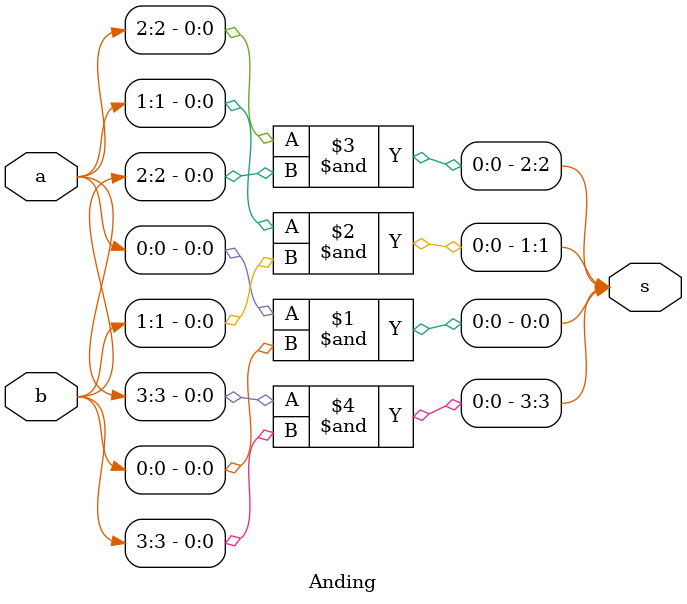
<source format=v>
module Anding(
  output [3:0] s,
  input [3:0] a,
  input [3:0] b
);


  and #2 AND0 (s[0], a[0], b[0]);
  and #2 AND1 (s[1], a[1], b[1]);
  and #2 AND2 (s[2], a[2], b[2]);
  and #2 AND3 (s[3], a[3], b[3]);

endmodule
</source>
